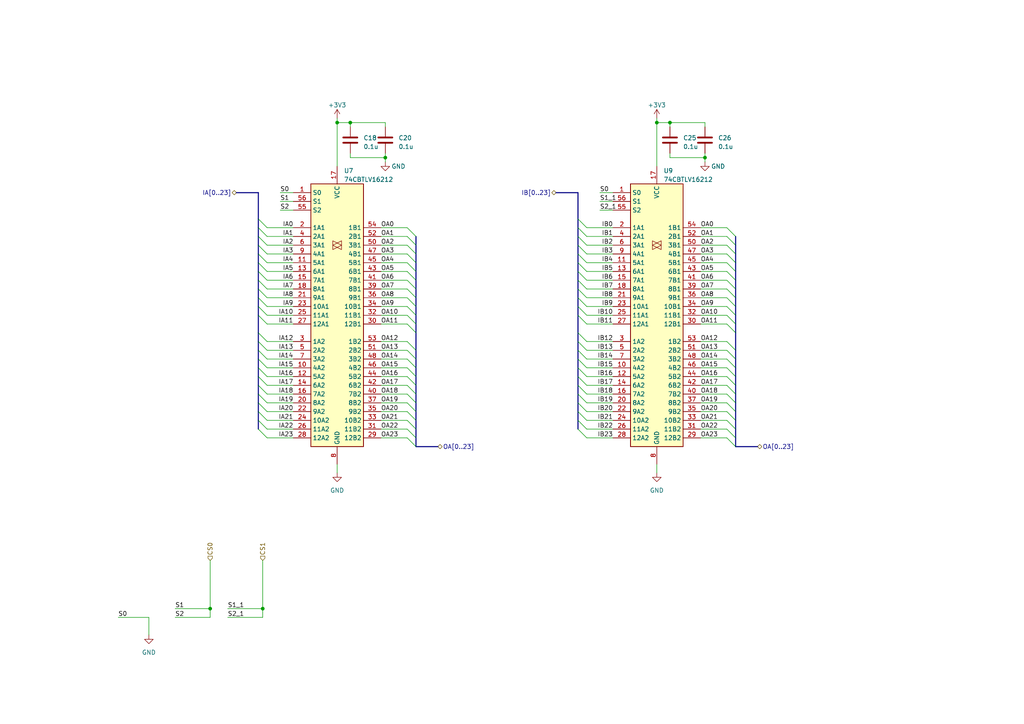
<source format=kicad_sch>
(kicad_sch (version 20230121) (generator eeschema)
  (paper "A4")
  (lib_symbols
    (symbol "74xx:74CBTLV16212"
      (property "Reference" "U" (at -7.62 40.64 0))
      (property "Value" "74CBTLV16212" (at 10.16 40.64 0))
      (symbol "74CBTLV16212_0_1"
        (rectangle (start -7.62 38.1) (end 7.62 -38.1) (stroke (width 0.254)) (fill (type background)))
      )
      (symbol "74CBTLV16212_1_0"
        (polyline (pts (xy 1.27 20.32) (xy -1.27 21.59) (xy -1.27 19.05) (xy 1.27 20.32)) (stroke (width 0.1524)))
        (polyline (pts (xy 1.27 21.59) (xy -1.27 20.32) (xy 1.27 19.05) (xy 1.27 21.59)))
        (pin bidirectional line (at -12.7 -15.24 0) (length 5.08) (name "4A2") (number "10"))
        (pin bidirectional line (at -12.7 15.24 0) (length 5.08) (name "5A1") (number "11"))
        (pin bidirectional line (at -12.7 -17.78 0) (length 5.08) (name "5A2") (number "12"))
        (pin bidirectional line (at -12.7 12.7 0) (length 5.08) (name "6A1") (number "13"))
        (pin bidirectional line (at -12.7 -20.32 0) (length 5.08) (name "6A2") (number "14"))
        (pin bidirectional line (at -12.7 10.16 0) (length 5.08) (name "7A1") (number "15"))
        (pin bidirectional line (at -12.7 -22.86 0) (length 5.08) (name "7A2") (number "16"))
        (pin power_in line (at 0 43.18 270) (length 5.08) (name "VCC") (number "17"))
        (pin bidirectional line (at -12.7 7.62 0) (length 5.08) (name "8A1") (number "18"))
        (pin passive line (at 0 -43.18 90) (length 5.08) hide (name "GND") (number "19"))
        (pin bidirectional line (at -12.7 25.4 0) (length 5.08) (name "1A1") (number "2"))
        (pin bidirectional line (at -12.7 -25.4 0) (length 5.08) (name "8A2") (number "20"))
        (pin bidirectional line (at -12.7 5.08 0) (length 5.08) (name "9A1") (number "21"))
        (pin bidirectional line (at -12.7 -27.94 0) (length 5.08) (name "9A2") (number "22"))
        (pin bidirectional line (at -12.7 2.54 0) (length 5.08) (name "10A1") (number "23"))
        (pin bidirectional line (at -12.7 -30.48 0) (length 5.08) (name "10A2") (number "24"))
        (pin bidirectional line (at -12.7 0 0) (length 5.08) (name "11A1") (number "25"))
        (pin bidirectional line (at -12.7 -33.02 0) (length 5.08) (name "11A2") (number "26"))
        (pin bidirectional line (at -12.7 -2.54 0) (length 5.08) (name "12A1") (number "27"))
        (pin bidirectional line (at -12.7 -35.56 0) (length 5.08) (name "12A2") (number "28"))
        (pin bidirectional line (at 12.7 -35.56 180) (length 5.08) (name "12B2") (number "29"))
        (pin bidirectional line (at -12.7 -7.62 0) (length 5.08) (name "1A2") (number "3"))
        (pin bidirectional line (at 12.7 -2.54 180) (length 5.08) (name "12B1") (number "30"))
        (pin bidirectional line (at 12.7 -33.02 180) (length 5.08) (name "11B2") (number "31"))
        (pin bidirectional line (at 12.7 0 180) (length 5.08) (name "11B1") (number "32"))
        (pin bidirectional line (at 12.7 -30.48 180) (length 5.08) (name "10B2") (number "33"))
        (pin bidirectional line (at 12.7 2.54 180) (length 5.08) (name "10B1") (number "34"))
        (pin bidirectional line (at 12.7 -27.94 180) (length 5.08) (name "9B2") (number "35"))
        (pin bidirectional line (at 12.7 5.08 180) (length 5.08) (name "9B1") (number "36"))
        (pin bidirectional line (at 12.7 -25.4 180) (length 5.08) (name "8B2") (number "37"))
        (pin passive line (at 0 -43.18 90) (length 5.08) hide (name "GND") (number "38"))
        (pin bidirectional line (at 12.7 7.62 180) (length 5.08) (name "8B1") (number "39"))
        (pin bidirectional line (at -12.7 22.86 0) (length 5.08) (name "2A1") (number "4"))
        (pin bidirectional line (at 12.7 -22.86 180) (length 5.08) (name "7B2") (number "40"))
        (pin bidirectional line (at 12.7 10.16 180) (length 5.08) (name "7B1") (number "41"))
        (pin bidirectional line (at 12.7 -20.32 180) (length 5.08) (name "6B2") (number "42"))
        (pin bidirectional line (at 12.7 12.7 180) (length 5.08) (name "6B1") (number "43"))
        (pin bidirectional line (at 12.7 -17.78 180) (length 5.08) (name "5B2") (number "44"))
        (pin bidirectional line (at 12.7 15.24 180) (length 5.08) (name "5B1") (number "45"))
        (pin bidirectional line (at 12.7 -15.24 180) (length 5.08) (name "4B2") (number "46"))
        (pin bidirectional line (at 12.7 17.78 180) (length 5.08) (name "4B1") (number "47"))
        (pin bidirectional line (at 12.7 -12.7 180) (length 5.08) (name "3B2") (number "48"))
        (pin passive line (at 0 -43.18 90) (length 5.08) hide (name "GND") (number "49"))
        (pin bidirectional line (at -12.7 -10.16 0) (length 5.08) (name "2A2") (number "5"))
        (pin bidirectional line (at 12.7 20.32 180) (length 5.08) (name "3B1") (number "50"))
        (pin bidirectional line (at 12.7 -10.16 180) (length 5.08) (name "2B2") (number "51"))
        (pin bidirectional line (at 12.7 22.86 180) (length 5.08) (name "2B1") (number "52"))
        (pin bidirectional line (at 12.7 -7.62 180) (length 5.08) (name "1B2") (number "53"))
        (pin bidirectional line (at 12.7 25.4 180) (length 5.08) (name "1B1") (number "54"))
        (pin input line (at -12.7 30.48 0) (length 5.08) (name "S2") (number "55"))
        (pin input line (at -12.7 33.02 0) (length 5.08) (name "S1") (number "56"))
        (pin bidirectional line (at -12.7 20.32 0) (length 5.08) (name "3A1") (number "6"))
        (pin bidirectional line (at -12.7 -12.7 0) (length 5.08) (name "3A2") (number "7"))
        (pin power_in line (at 0 -43.18 90) (length 5.08) (name "GND") (number "8"))
        (pin bidirectional line (at -12.7 17.78 0) (length 5.08) (name "4A1") (number "9"))
      )
      (symbol "74CBTLV16212_1_1"
        (pin input line (at -12.7 35.56 0) (length 5.08) (name "S0") (number "1"))
      )
    )
    (symbol "Device:C" (pin_numbers hide) (pin_names (offset 0.254))
      (property "Reference" "C" (at 0.635 2.54 0))
      (property "Value" "C" (at 0.635 -2.54 0))
      (symbol "C_0_1"
        (polyline (pts (xy -2.032 -0.762) (xy 2.032 -0.762)) (stroke (width 0.508)))
        (polyline (pts (xy -2.032 0.762) (xy 2.032 0.762)) (stroke (width 0.508)))
      )
      (symbol "C_1_1"
        (pin passive line (at 0 3.81 270) (length 2.794) (name "~") (number "1"))
        (pin passive line (at 0 -3.81 90) (length 2.794) (name "~") (number "2"))
      )
    )
    (symbol "power:+3V3" (power) (pin_names (offset 0))
      (property "Value" "+3V3" (at 0 3.556 0))
      (symbol "+3V3_0_1"
        (polyline (pts (xy -0.762 1.27) (xy 0 2.54)))
        (polyline (pts (xy 0 0) (xy 0 2.54)))
        (polyline (pts (xy 0 2.54) (xy 0.762 1.27)))
      )
      (symbol "+3V3_1_1"
        (pin power_in line (at 0 0 90) (length 0) hide (name "+3V3") (number "1"))
      )
    )
    (symbol "power:GND" (power) (pin_names (offset 0))
      (property "Value" "GND" (at 0 -3.81 0))
      (symbol "GND_0_1"
        (polyline (pts (xy 0 0) (xy 0 -1.27) (xy 1.27 -1.27) (xy 0 -2.54) (xy -1.27 -1.27) (xy 0 -1.27)))
      )
      (symbol "GND_1_1"
        (pin power_in line (at 0 0 270) (length 0) hide (name "GND") (number "1"))
      )
    )
  )
  (junction (at 194.31 35.56))
  (junction (at 97.79 35.56))
  (junction (at 111.76 45.72))
  (junction (at 60.96 176.53))
  (junction (at 101.6 35.56))
  (junction (at 76.2 176.53))
  (junction (at 190.5 35.56))
  (junction (at 204.47 45.72))
  (bus_entry (at 74.93 66.04) (size 2.54 2.54))
  (bus_entry (at 210.82 78.74) (size 2.54 2.54))
  (bus_entry (at 74.93 73.66) (size 2.54 2.54))
  (bus_entry (at 167.64 106.68) (size 2.54 2.54))
  (bus_entry (at 167.64 78.74) (size 2.54 2.54))
  (bus_entry (at 210.82 101.6) (size 2.54 2.54))
  (bus_entry (at 74.93 119.38) (size 2.54 2.54))
  (bus_entry (at 167.64 66.04) (size 2.54 2.54))
  (bus_entry (at 210.82 109.22) (size 2.54 2.54))
  (bus_entry (at 167.64 121.92) (size 2.54 2.54))
  (bus_entry (at 167.64 68.58) (size 2.54 2.54))
  (bus_entry (at 118.11 73.66) (size 2.54 2.54))
  (bus_entry (at 118.11 124.46) (size 2.54 2.54))
  (bus_entry (at 118.11 99.06) (size 2.54 2.54))
  (bus_entry (at 167.64 81.28) (size 2.54 2.54))
  (bus_entry (at 210.82 76.2) (size 2.54 2.54))
  (bus_entry (at 74.93 76.2) (size 2.54 2.54))
  (bus_entry (at 74.93 81.28) (size 2.54 2.54))
  (bus_entry (at 74.93 101.6) (size 2.54 2.54))
  (bus_entry (at 74.93 109.22) (size 2.54 2.54))
  (bus_entry (at 118.11 121.92) (size 2.54 2.54))
  (bus_entry (at 74.93 99.06) (size 2.54 2.54))
  (bus_entry (at 210.82 119.38) (size 2.54 2.54))
  (bus_entry (at 74.93 88.9) (size 2.54 2.54))
  (bus_entry (at 167.64 124.46) (size 2.54 2.54))
  (bus_entry (at 210.82 106.68) (size 2.54 2.54))
  (bus_entry (at 167.64 111.76) (size 2.54 2.54))
  (bus_entry (at 118.11 66.04) (size 2.54 2.54))
  (bus_entry (at 167.64 96.52) (size 2.54 2.54))
  (bus_entry (at 118.11 93.98) (size 2.54 2.54))
  (bus_entry (at 167.64 99.06) (size 2.54 2.54))
  (bus_entry (at 210.82 88.9) (size 2.54 2.54))
  (bus_entry (at 210.82 81.28) (size 2.54 2.54))
  (bus_entry (at 167.64 109.22) (size 2.54 2.54))
  (bus_entry (at 210.82 91.44) (size 2.54 2.54))
  (bus_entry (at 74.93 104.14) (size 2.54 2.54))
  (bus_entry (at 118.11 88.9) (size 2.54 2.54))
  (bus_entry (at 74.93 116.84) (size 2.54 2.54))
  (bus_entry (at 167.64 88.9) (size 2.54 2.54))
  (bus_entry (at 210.82 71.12) (size 2.54 2.54))
  (bus_entry (at 118.11 116.84) (size 2.54 2.54))
  (bus_entry (at 167.64 86.36) (size 2.54 2.54))
  (bus_entry (at 167.64 114.3) (size 2.54 2.54))
  (bus_entry (at 118.11 106.68) (size 2.54 2.54))
  (bus_entry (at 74.93 124.46) (size 2.54 2.54))
  (bus_entry (at 118.11 104.14) (size 2.54 2.54))
  (bus_entry (at 74.93 86.36) (size 2.54 2.54))
  (bus_entry (at 210.82 73.66) (size 2.54 2.54))
  (bus_entry (at 118.11 68.58) (size 2.54 2.54))
  (bus_entry (at 74.93 121.92) (size 2.54 2.54))
  (bus_entry (at 118.11 109.22) (size 2.54 2.54))
  (bus_entry (at 167.64 101.6) (size 2.54 2.54))
  (bus_entry (at 167.64 73.66) (size 2.54 2.54))
  (bus_entry (at 118.11 71.12) (size 2.54 2.54))
  (bus_entry (at 118.11 78.74) (size 2.54 2.54))
  (bus_entry (at 118.11 101.6) (size 2.54 2.54))
  (bus_entry (at 74.93 111.76) (size 2.54 2.54))
  (bus_entry (at 210.82 83.82) (size 2.54 2.54))
  (bus_entry (at 118.11 114.3) (size 2.54 2.54))
  (bus_entry (at 74.93 114.3) (size 2.54 2.54))
  (bus_entry (at 74.93 96.52) (size 2.54 2.54))
  (bus_entry (at 167.64 91.44) (size 2.54 2.54))
  (bus_entry (at 74.93 63.5) (size 2.54 2.54))
  (bus_entry (at 210.82 86.36) (size 2.54 2.54))
  (bus_entry (at 210.82 124.46) (size 2.54 2.54))
  (bus_entry (at 210.82 66.04) (size 2.54 2.54))
  (bus_entry (at 167.64 116.84) (size 2.54 2.54))
  (bus_entry (at 210.82 114.3) (size 2.54 2.54))
  (bus_entry (at 167.64 76.2) (size 2.54 2.54))
  (bus_entry (at 118.11 119.38) (size 2.54 2.54))
  (bus_entry (at 118.11 76.2) (size 2.54 2.54))
  (bus_entry (at 118.11 91.44) (size 2.54 2.54))
  (bus_entry (at 167.64 63.5) (size 2.54 2.54))
  (bus_entry (at 74.93 106.68) (size 2.54 2.54))
  (bus_entry (at 74.93 71.12) (size 2.54 2.54))
  (bus_entry (at 210.82 93.98) (size 2.54 2.54))
  (bus_entry (at 210.82 127) (size 2.54 2.54))
  (bus_entry (at 210.82 111.76) (size 2.54 2.54))
  (bus_entry (at 74.93 83.82) (size 2.54 2.54))
  (bus_entry (at 118.11 86.36) (size 2.54 2.54))
  (bus_entry (at 210.82 68.58) (size 2.54 2.54))
  (bus_entry (at 118.11 127) (size 2.54 2.54))
  (bus_entry (at 167.64 119.38) (size 2.54 2.54))
  (bus_entry (at 167.64 83.82) (size 2.54 2.54))
  (bus_entry (at 74.93 91.44) (size 2.54 2.54))
  (bus_entry (at 167.64 104.14) (size 2.54 2.54))
  (bus_entry (at 118.11 111.76) (size 2.54 2.54))
  (bus_entry (at 118.11 81.28) (size 2.54 2.54))
  (bus_entry (at 210.82 104.14) (size 2.54 2.54))
  (bus_entry (at 118.11 83.82) (size 2.54 2.54))
  (bus_entry (at 210.82 121.92) (size 2.54 2.54))
  (bus_entry (at 210.82 116.84) (size 2.54 2.54))
  (bus_entry (at 74.93 78.74) (size 2.54 2.54))
  (bus_entry (at 167.64 71.12) (size 2.54 2.54))
  (bus_entry (at 74.93 68.58) (size 2.54 2.54))
  (bus_entry (at 210.82 99.06) (size 2.54 2.54))
  (bus (pts (xy 167.64 68.58) (xy 167.64 66.04)))
  (bus (pts (xy 120.65 104.14) (xy 120.65 106.68)))
  (bus (pts (xy 167.64 76.2) (xy 167.64 73.66)))
  (wire (pts (xy 110.49 86.36) (xy 118.11 86.36)))
  (wire (pts (xy 60.96 162.56) (xy 60.96 176.53)))
  (bus (pts (xy 213.36 116.84) (xy 213.36 119.38)))
  (wire (pts (xy 203.2 121.92) (xy 210.82 121.92)))
  (bus (pts (xy 213.36 127) (xy 213.36 129.54)))
  (wire (pts (xy 77.47 127) (xy 85.09 127)))
  (bus (pts (xy 74.93 99.06) (xy 74.93 96.52)))
  (wire (pts (xy 77.47 124.46) (xy 85.09 124.46)))
  (bus (pts (xy 120.65 76.2) (xy 120.65 78.74)))
  (wire (pts (xy 203.2 116.84) (xy 210.82 116.84)))
  (wire (pts (xy 77.47 101.6) (xy 85.09 101.6)))
  (wire (pts (xy 77.47 71.12) (xy 85.09 71.12)))
  (wire (pts (xy 173.99 60.96) (xy 177.8 60.96)))
  (bus (pts (xy 120.65 93.98) (xy 120.65 96.52)))
  (bus (pts (xy 167.64 119.38) (xy 167.64 116.84)))
  (bus (pts (xy 213.36 114.3) (xy 213.36 116.84)))
  (wire (pts (xy 203.2 71.12) (xy 210.82 71.12)))
  (wire (pts (xy 170.18 73.66) (xy 177.8 73.66)))
  (wire (pts (xy 170.18 86.36) (xy 177.8 86.36)))
  (bus (pts (xy 120.65 96.52) (xy 120.65 101.6)))
  (wire (pts (xy 170.18 106.68) (xy 177.8 106.68)))
  (wire (pts (xy 34.29 179.07) (xy 43.18 179.07)))
  (bus (pts (xy 120.65 121.92) (xy 120.65 124.46)))
  (bus (pts (xy 167.64 104.14) (xy 167.64 101.6)))
  (bus (pts (xy 74.93 73.66) (xy 74.93 71.12)))
  (bus (pts (xy 120.65 78.74) (xy 120.65 81.28)))
  (wire (pts (xy 77.47 116.84) (xy 85.09 116.84)))
  (wire (pts (xy 110.49 114.3) (xy 118.11 114.3)))
  (wire (pts (xy 170.18 81.28) (xy 177.8 81.28)))
  (bus (pts (xy 120.65 119.38) (xy 120.65 121.92)))
  (wire (pts (xy 101.6 44.45) (xy 101.6 45.72)))
  (wire (pts (xy 76.2 162.56) (xy 76.2 176.53)))
  (wire (pts (xy 110.49 121.92) (xy 118.11 121.92)))
  (bus (pts (xy 167.64 116.84) (xy 167.64 114.3)))
  (wire (pts (xy 110.49 93.98) (xy 118.11 93.98)))
  (wire (pts (xy 170.18 76.2) (xy 177.8 76.2)))
  (wire (pts (xy 170.18 68.58) (xy 177.8 68.58)))
  (bus (pts (xy 74.93 111.76) (xy 74.93 109.22)))
  (wire (pts (xy 190.5 134.62) (xy 190.5 137.16)))
  (bus (pts (xy 213.36 68.58) (xy 213.36 71.12)))
  (wire (pts (xy 77.47 78.74) (xy 85.09 78.74)))
  (bus (pts (xy 74.93 71.12) (xy 74.93 68.58)))
  (wire (pts (xy 190.5 35.56) (xy 190.5 48.26)))
  (bus (pts (xy 167.64 106.68) (xy 167.64 104.14)))
  (wire (pts (xy 110.49 83.82) (xy 118.11 83.82)))
  (bus (pts (xy 74.93 124.46) (xy 74.93 121.92)))
  (bus (pts (xy 167.64 101.6) (xy 167.64 99.06)))
  (wire (pts (xy 97.79 34.29) (xy 97.79 35.56)))
  (wire (pts (xy 203.2 78.74) (xy 210.82 78.74)))
  (bus (pts (xy 68.58 55.88) (xy 74.93 55.88)))
  (bus (pts (xy 213.36 71.12) (xy 213.36 73.66)))
  (wire (pts (xy 60.96 176.53) (xy 60.96 179.07)))
  (wire (pts (xy 170.18 71.12) (xy 177.8 71.12)))
  (wire (pts (xy 170.18 88.9) (xy 177.8 88.9)))
  (bus (pts (xy 213.36 106.68) (xy 213.36 109.22)))
  (bus (pts (xy 167.64 109.22) (xy 167.64 106.68)))
  (bus (pts (xy 213.36 81.28) (xy 213.36 83.82)))
  (wire (pts (xy 170.18 93.98) (xy 177.8 93.98)))
  (wire (pts (xy 110.49 68.58) (xy 118.11 68.58)))
  (wire (pts (xy 203.2 119.38) (xy 210.82 119.38)))
  (wire (pts (xy 110.49 99.06) (xy 118.11 99.06)))
  (wire (pts (xy 204.47 46.99) (xy 204.47 45.72)))
  (bus (pts (xy 167.64 121.92) (xy 167.64 119.38)))
  (wire (pts (xy 81.28 55.88) (xy 85.09 55.88)))
  (wire (pts (xy 101.6 35.56) (xy 111.76 35.56)))
  (wire (pts (xy 110.49 111.76) (xy 118.11 111.76)))
  (wire (pts (xy 170.18 99.06) (xy 177.8 99.06)))
  (wire (pts (xy 170.18 119.38) (xy 177.8 119.38)))
  (bus (pts (xy 167.64 88.9) (xy 167.64 86.36)))
  (bus (pts (xy 74.93 88.9) (xy 74.93 86.36)))
  (wire (pts (xy 76.2 176.53) (xy 76.2 179.07)))
  (wire (pts (xy 97.79 134.62) (xy 97.79 137.16)))
  (wire (pts (xy 110.49 66.04) (xy 118.11 66.04)))
  (wire (pts (xy 203.2 73.66) (xy 210.82 73.66)))
  (wire (pts (xy 203.2 114.3) (xy 210.82 114.3)))
  (bus (pts (xy 213.36 78.74) (xy 213.36 81.28)))
  (bus (pts (xy 74.93 101.6) (xy 74.93 99.06)))
  (wire (pts (xy 110.49 119.38) (xy 118.11 119.38)))
  (wire (pts (xy 203.2 106.68) (xy 210.82 106.68)))
  (bus (pts (xy 167.64 114.3) (xy 167.64 111.76)))
  (bus (pts (xy 167.64 73.66) (xy 167.64 71.12)))
  (bus (pts (xy 167.64 86.36) (xy 167.64 83.82)))
  (wire (pts (xy 77.47 88.9) (xy 85.09 88.9)))
  (bus (pts (xy 74.93 119.38) (xy 74.93 116.84)))
  (bus (pts (xy 120.65 114.3) (xy 120.65 116.84)))
  (wire (pts (xy 77.47 68.58) (xy 85.09 68.58)))
  (wire (pts (xy 110.49 88.9) (xy 118.11 88.9)))
  (wire (pts (xy 203.2 88.9) (xy 210.82 88.9)))
  (wire (pts (xy 170.18 104.14) (xy 177.8 104.14)))
  (wire (pts (xy 170.18 121.92) (xy 177.8 121.92)))
  (bus (pts (xy 120.65 129.54) (xy 127 129.54)))
  (wire (pts (xy 101.6 45.72) (xy 111.76 45.72)))
  (bus (pts (xy 74.93 78.74) (xy 74.93 76.2)))
  (wire (pts (xy 110.49 106.68) (xy 118.11 106.68)))
  (bus (pts (xy 120.65 71.12) (xy 120.65 73.66)))
  (wire (pts (xy 203.2 93.98) (xy 210.82 93.98)))
  (wire (pts (xy 77.47 104.14) (xy 85.09 104.14)))
  (bus (pts (xy 213.36 73.66) (xy 213.36 76.2)))
  (bus (pts (xy 213.36 129.54) (xy 219.71 129.54)))
  (bus (pts (xy 74.93 91.44) (xy 74.93 88.9)))
  (bus (pts (xy 161.29 55.88) (xy 167.64 55.88)))
  (wire (pts (xy 190.5 34.29) (xy 190.5 35.56)))
  (bus (pts (xy 74.93 114.3) (xy 74.93 111.76)))
  (bus (pts (xy 167.64 78.74) (xy 167.64 76.2)))
  (bus (pts (xy 213.36 93.98) (xy 213.36 96.52)))
  (wire (pts (xy 170.18 116.84) (xy 177.8 116.84)))
  (wire (pts (xy 77.47 73.66) (xy 85.09 73.66)))
  (wire (pts (xy 77.47 106.68) (xy 85.09 106.68)))
  (wire (pts (xy 77.47 66.04) (xy 85.09 66.04)))
  (bus (pts (xy 167.64 99.06) (xy 167.64 96.52)))
  (wire (pts (xy 204.47 44.45) (xy 204.47 45.72)))
  (wire (pts (xy 203.2 101.6) (xy 210.82 101.6)))
  (bus (pts (xy 74.93 83.82) (xy 74.93 81.28)))
  (bus (pts (xy 120.65 106.68) (xy 120.65 109.22)))
  (wire (pts (xy 170.18 111.76) (xy 177.8 111.76)))
  (wire (pts (xy 50.8 176.53) (xy 60.96 176.53)))
  (wire (pts (xy 43.18 179.07) (xy 43.18 184.15)))
  (bus (pts (xy 120.65 101.6) (xy 120.65 104.14)))
  (wire (pts (xy 203.2 66.04) (xy 210.82 66.04)))
  (wire (pts (xy 110.49 91.44) (xy 118.11 91.44)))
  (wire (pts (xy 203.2 124.46) (xy 210.82 124.46)))
  (bus (pts (xy 120.65 81.28) (xy 120.65 83.82)))
  (bus (pts (xy 74.93 121.92) (xy 74.93 119.38)))
  (bus (pts (xy 213.36 88.9) (xy 213.36 91.44)))
  (wire (pts (xy 77.47 93.98) (xy 85.09 93.98)))
  (wire (pts (xy 77.47 99.06) (xy 85.09 99.06)))
  (wire (pts (xy 81.28 60.96) (xy 85.09 60.96)))
  (bus (pts (xy 74.93 63.5) (xy 74.93 55.88)))
  (wire (pts (xy 194.31 45.72) (xy 204.47 45.72)))
  (wire (pts (xy 203.2 86.36) (xy 210.82 86.36)))
  (wire (pts (xy 110.49 81.28) (xy 118.11 81.28)))
  (bus (pts (xy 167.64 96.52) (xy 167.64 91.44)))
  (wire (pts (xy 203.2 76.2) (xy 210.82 76.2)))
  (wire (pts (xy 203.2 83.82) (xy 210.82 83.82)))
  (wire (pts (xy 110.49 104.14) (xy 118.11 104.14)))
  (wire (pts (xy 110.49 78.74) (xy 118.11 78.74)))
  (bus (pts (xy 120.65 127) (xy 120.65 129.54)))
  (wire (pts (xy 110.49 71.12) (xy 118.11 71.12)))
  (bus (pts (xy 74.93 66.04) (xy 74.93 63.5)))
  (bus (pts (xy 74.93 109.22) (xy 74.93 106.68)))
  (bus (pts (xy 167.64 91.44) (xy 167.64 88.9)))
  (wire (pts (xy 110.49 124.46) (xy 118.11 124.46)))
  (wire (pts (xy 111.76 35.56) (xy 111.76 36.83)))
  (wire (pts (xy 173.99 55.88) (xy 177.8 55.88)))
  (bus (pts (xy 74.93 106.68) (xy 74.93 104.14)))
  (wire (pts (xy 81.28 58.42) (xy 85.09 58.42)))
  (bus (pts (xy 120.65 73.66) (xy 120.65 76.2)))
  (bus (pts (xy 167.64 66.04) (xy 167.64 63.5)))
  (bus (pts (xy 213.36 96.52) (xy 213.36 101.6)))
  (wire (pts (xy 203.2 111.76) (xy 210.82 111.76)))
  (wire (pts (xy 190.5 35.56) (xy 194.31 35.56)))
  (wire (pts (xy 194.31 44.45) (xy 194.31 45.72)))
  (wire (pts (xy 110.49 127) (xy 118.11 127)))
  (wire (pts (xy 170.18 109.22) (xy 177.8 109.22)))
  (wire (pts (xy 77.47 86.36) (xy 85.09 86.36)))
  (wire (pts (xy 97.79 35.56) (xy 97.79 48.26)))
  (bus (pts (xy 120.65 88.9) (xy 120.65 91.44)))
  (bus (pts (xy 120.65 91.44) (xy 120.65 93.98)))
  (bus (pts (xy 213.36 104.14) (xy 213.36 106.68)))
  (wire (pts (xy 170.18 78.74) (xy 177.8 78.74)))
  (bus (pts (xy 74.93 96.52) (xy 74.93 91.44)))
  (wire (pts (xy 170.18 83.82) (xy 177.8 83.82)))
  (bus (pts (xy 120.65 86.36) (xy 120.65 88.9)))
  (bus (pts (xy 74.93 86.36) (xy 74.93 83.82)))
  (wire (pts (xy 170.18 114.3) (xy 177.8 114.3)))
  (wire (pts (xy 77.47 83.82) (xy 85.09 83.82)))
  (bus (pts (xy 167.64 63.5) (xy 167.64 55.88)))
  (wire (pts (xy 170.18 66.04) (xy 177.8 66.04)))
  (wire (pts (xy 110.49 73.66) (xy 118.11 73.66)))
  (wire (pts (xy 203.2 68.58) (xy 210.82 68.58)))
  (wire (pts (xy 111.76 46.99) (xy 111.76 45.72)))
  (wire (pts (xy 77.47 119.38) (xy 85.09 119.38)))
  (bus (pts (xy 120.65 111.76) (xy 120.65 114.3)))
  (bus (pts (xy 120.65 68.58) (xy 120.65 71.12)))
  (bus (pts (xy 120.65 83.82) (xy 120.65 86.36)))
  (wire (pts (xy 77.47 109.22) (xy 85.09 109.22)))
  (wire (pts (xy 66.04 179.07) (xy 76.2 179.07)))
  (wire (pts (xy 203.2 99.06) (xy 210.82 99.06)))
  (wire (pts (xy 170.18 91.44) (xy 177.8 91.44)))
  (wire (pts (xy 50.8 179.07) (xy 60.96 179.07)))
  (bus (pts (xy 167.64 124.46) (xy 167.64 121.92)))
  (wire (pts (xy 203.2 91.44) (xy 210.82 91.44)))
  (wire (pts (xy 194.31 35.56) (xy 204.47 35.56)))
  (wire (pts (xy 170.18 101.6) (xy 177.8 101.6)))
  (bus (pts (xy 74.93 81.28) (xy 74.93 78.74)))
  (wire (pts (xy 77.47 81.28) (xy 85.09 81.28)))
  (wire (pts (xy 203.2 81.28) (xy 210.82 81.28)))
  (wire (pts (xy 111.76 44.45) (xy 111.76 45.72)))
  (wire (pts (xy 97.79 35.56) (xy 101.6 35.56)))
  (wire (pts (xy 110.49 116.84) (xy 118.11 116.84)))
  (wire (pts (xy 66.04 176.53) (xy 76.2 176.53)))
  (bus (pts (xy 213.36 121.92) (xy 213.36 124.46)))
  (bus (pts (xy 74.93 68.58) (xy 74.93 66.04)))
  (wire (pts (xy 203.2 104.14) (xy 210.82 104.14)))
  (bus (pts (xy 167.64 71.12) (xy 167.64 68.58)))
  (bus (pts (xy 120.65 109.22) (xy 120.65 111.76)))
  (bus (pts (xy 213.36 76.2) (xy 213.36 78.74)))
  (wire (pts (xy 110.49 76.2) (xy 118.11 76.2)))
  (wire (pts (xy 204.47 35.56) (xy 204.47 36.83)))
  (bus (pts (xy 213.36 119.38) (xy 213.36 121.92)))
  (wire (pts (xy 101.6 35.56) (xy 101.6 36.83)))
  (bus (pts (xy 213.36 124.46) (xy 213.36 127)))
  (bus (pts (xy 213.36 83.82) (xy 213.36 86.36)))
  (wire (pts (xy 77.47 121.92) (xy 85.09 121.92)))
  (bus (pts (xy 74.93 76.2) (xy 74.93 73.66)))
  (bus (pts (xy 74.93 116.84) (xy 74.93 114.3)))
  (bus (pts (xy 213.36 101.6) (xy 213.36 104.14)))
  (wire (pts (xy 173.99 58.42) (xy 177.8 58.42)))
  (wire (pts (xy 203.2 109.22) (xy 210.82 109.22)))
  (bus (pts (xy 120.65 116.84) (xy 120.65 119.38)))
  (bus (pts (xy 213.36 86.36) (xy 213.36 88.9)))
  (wire (pts (xy 77.47 91.44) (xy 85.09 91.44)))
  (bus (pts (xy 213.36 109.22) (xy 213.36 111.76)))
  (bus (pts (xy 74.93 104.14) (xy 74.93 101.6)))
  (wire (pts (xy 77.47 76.2) (xy 85.09 76.2)))
  (wire (pts (xy 194.31 35.56) (xy 194.31 36.83)))
  (bus (pts (xy 213.36 91.44) (xy 213.36 93.98)))
  (bus (pts (xy 213.36 111.76) (xy 213.36 114.3)))
  (wire (pts (xy 110.49 109.22) (xy 118.11 109.22)))
  (bus (pts (xy 120.65 124.46) (xy 120.65 127)))
  (bus (pts (xy 167.64 111.76) (xy 167.64 109.22)))
  (wire (pts (xy 170.18 127) (xy 177.8 127)))
  (wire (pts (xy 203.2 127) (xy 210.82 127)))
  (wire (pts (xy 77.47 114.3) (xy 85.09 114.3)))
  (wire (pts (xy 77.47 111.76) (xy 85.09 111.76)))
  (wire (pts (xy 170.18 124.46) (xy 177.8 124.46)))
  (bus (pts (xy 167.64 81.28) (xy 167.64 78.74)))
  (bus (pts (xy 167.64 83.82) (xy 167.64 81.28)))
  (wire (pts (xy 110.49 101.6) (xy 118.11 101.6)))
  (label "OA23" (at 203.2 127 0))
  (label "OA2" (at 110.49 71.12 0))
  (label "OA22" (at 110.49 124.46 0))
  (label "S2" (at 81.28 60.96 0))
  (label "S2" (at 50.8 179.07 0))
  (label "S1" (at 50.8 176.53 0))
  (label "IB10" (at 177.8 91.44 180))
  (label "IA1" (at 85.09 68.58 180))
  (label "OA16" (at 203.2 109.22 0))
  (label "OA0" (at 110.49 66.04 0))
  (label "IA6" (at 85.09 81.28 180))
  (label "OA22" (at 203.2 124.46 0))
  (label "IB5" (at 177.8 78.74 180))
  (label "OA4" (at 110.49 76.2 0))
  (label "IA21" (at 85.09 121.92 180))
  (label "IB9" (at 177.8 88.9 180))
  (label "OA14" (at 110.49 104.14 0))
  (label "OA19" (at 203.2 116.84 0))
  (label "OA12" (at 203.2 99.06 0))
  (label "IA20" (at 85.09 119.38 180))
  (label "OA15" (at 110.49 106.68 0))
  (label "IB12" (at 177.8 99.06 180))
  (label "IA16" (at 85.09 109.22 180))
  (label "IB15" (at 177.8 106.68 180))
  (label "OA12" (at 110.49 99.06 0))
  (label "OA20" (at 203.2 119.38 0))
  (label "OA14" (at 203.2 104.14 0))
  (label "OA7" (at 203.2 83.82 0))
  (label "OA17" (at 203.2 111.76 0))
  (label "OA21" (at 203.2 121.92 0))
  (label "OA0" (at 203.2 66.04 0))
  (label "IB0" (at 177.8 66.04 180))
  (label "OA19" (at 110.49 116.84 0))
  (label "IB18" (at 177.8 114.3 180))
  (label "OA15" (at 203.2 106.68 0))
  (label "IA9" (at 85.09 88.9 180))
  (label "IA4" (at 85.09 76.2 180))
  (label "IB20" (at 177.8 119.38 180))
  (label "IA7" (at 85.09 83.82 180))
  (label "OA6" (at 203.2 81.28 0))
  (label "OA6" (at 110.49 81.28 0))
  (label "OA1" (at 110.49 68.58 0))
  (label "IB4" (at 177.8 76.2 180))
  (label "IB11" (at 177.8 93.98 180))
  (label "OA7" (at 110.49 83.82 0))
  (label "OA3" (at 110.49 73.66 0))
  (label "OA8" (at 203.2 86.36 0))
  (label "OA21" (at 110.49 121.92 0))
  (label "IB21" (at 177.8 121.92 180))
  (label "OA9" (at 110.49 88.9 0))
  (label "OA10" (at 110.49 91.44 0))
  (label "OA10" (at 203.2 91.44 0))
  (label "S1_1" (at 173.99 58.42 0))
  (label "IA15" (at 85.09 106.68 180))
  (label "IA18" (at 85.09 114.3 180))
  (label "IA8" (at 85.09 86.36 180))
  (label "IB3" (at 177.8 73.66 180))
  (label "IA14" (at 85.09 104.14 180))
  (label "IB23" (at 177.8 127 180))
  (label "IA13" (at 85.09 101.6 180))
  (label "OA5" (at 110.49 78.74 0))
  (label "OA23" (at 110.49 127 0))
  (label "OA17" (at 110.49 111.76 0))
  (label "S2_1" (at 66.04 179.07 0))
  (label "S0" (at 173.99 55.88 0))
  (label "S1_1" (at 66.04 176.53 0))
  (label "IA10" (at 85.09 91.44 180))
  (label "IA23" (at 85.09 127 180))
  (label "S0" (at 34.29 179.07 0))
  (label "IA12" (at 85.09 99.06 180))
  (label "IA3" (at 85.09 73.66 180))
  (label "OA13" (at 203.2 101.6 0))
  (label "IA19" (at 85.09 116.84 180))
  (label "IA2" (at 85.09 71.12 180))
  (label "OA1" (at 203.2 68.58 0))
  (label "IB17" (at 177.8 111.76 180))
  (label "IB16" (at 177.8 109.22 180))
  (label "OA20" (at 110.49 119.38 0))
  (label "OA18" (at 110.49 114.3 0))
  (label "IB7" (at 177.8 83.82 180))
  (label "IA11" (at 85.09 93.98 180))
  (label "OA3" (at 203.2 73.66 0))
  (label "OA4" (at 203.2 76.2 0))
  (label "OA8" (at 110.49 86.36 0))
  (label "IB8" (at 177.8 86.36 180))
  (label "OA11" (at 110.49 93.98 0))
  (label "IA17" (at 85.09 111.76 180))
  (label "IB1" (at 177.8 68.58 180))
  (label "OA9" (at 203.2 88.9 0))
  (label "IA0" (at 85.09 66.04 180))
  (label "IB13" (at 177.8 101.6 180))
  (label "IB2" (at 177.8 71.12 180))
  (label "S0" (at 81.28 55.88 0))
  (label "OA16" (at 110.49 109.22 0))
  (label "S2_1" (at 173.99 60.96 0))
  (label "OA13" (at 110.49 101.6 0))
  (label "IB14" (at 177.8 104.14 180))
  (label "OA2" (at 203.2 71.12 0))
  (label "IB6" (at 177.8 81.28 180))
  (label "OA5" (at 203.2 78.74 0))
  (label "S1" (at 81.28 58.42 0))
  (label "IB19" (at 177.8 116.84 180))
  (label "OA18" (at 203.2 114.3 0))
  (label "OA11" (at 203.2 93.98 0))
  (label "IA5" (at 85.09 78.74 180))
  (label "IB22" (at 177.8 124.46 180))
  (label "IA22" (at 85.09 124.46 180))
  (hierarchical_label "CS1" (shape input) (at 76.2 162.56 90))
  (hierarchical_label "OA[0..23]" (shape bidirectional) (at 219.71 129.54 0))
  (hierarchical_label "IA[0..23]" (shape bidirectional) (at 68.58 55.88 180))
  (hierarchical_label "OA[0..23]" (shape bidirectional) (at 127 129.54 0))
  (hierarchical_label "CS0" (shape input) (at 60.96 162.56 90))
  (hierarchical_label "IB[0..23]" (shape bidirectional) (at 161.29 55.88 180))
  (symbol (lib_id "power:+3V3") (at 190.5 34.29 0) (unit 1)
    (property "Reference" "#PWR055" (effects hide))
    (property "Value" "+3V3" (at 190.5 30.48 0))
    (instances (project "autoharpie" (path "" (reference "#PWR055") (unit 1)) (path "" (reference "#PWR035") (unit 1))))
  )
  (symbol (lib_id "power:GND") (at 204.47 46.99 0) (unit 1)
    (property "Reference" "#PWR057" (effects hide))
    (property "Value" "GND" (at 208.28 48.26 0))
    (instances (project "autoharpie" (path "" (reference "#PWR057") (unit 1)) (path "" (reference "#PWR037") (unit 1))))
  )
  (symbol (lib_id "Device:C") (at 101.6 40.64 0) (unit 1)
    (property "Reference" "C18" (at 105.41 40.005 0) (effects (justify left)))
    (property "Value" "0.1u" (at 105.41 42.545 0) (effects (justify left)))
    (instances (project "autoharpie" (path "" (reference "C18") (unit 1)) (path "" (reference "C15") (unit 1))))
  )
  (symbol (lib_id "Device:C") (at 194.31 40.64 0) (unit 1)
    (property "Reference" "C25" (at 198.12 40.005 0) (effects (justify left)))
    (property "Value" "0.1u" (at 198.12 42.545 0) (effects (justify left)))
    (instances (project "autoharpie" (path "" (reference "C25") (unit 1)) (path "" (reference "C17") (unit 1))))
  )
  (symbol (lib_id "power:+3V3") (at 97.79 34.29 0) (unit 1)
    (property "Reference" "#PWR041" (effects hide))
    (property "Value" "+3V3" (at 97.79 30.48 0))
    (instances (project "autoharpie" (path "" (reference "#PWR041") (unit 1)) (path "" (reference "#PWR032") (unit 1))))
  )
  (symbol (lib_id "power:GND") (at 97.79 137.16 0) (unit 1)
    (property "Reference" "#PWR045" (effects hide))
    (property "Value" "GND" (at 97.79 142.24 0))
    (instances (project "autoharpie" (path "" (reference "#PWR045") (unit 1)) (path "" (reference "#PWR033") (unit 1))))
  )
  (symbol (lib_id "74xx:74CBTLV16212") (at 190.5 91.44 0) (unit 1)
    (property "Reference" "U9" (at 192.4559 49.53 0) (effects (justify left)))
    (property "Value" "74CBTLV16212" (at 192.4559 52.07 0) (effects (justify left)))
    (property "Datasheet" "https://www.ti.com/lit/ds/symlink/sn74cbtlv16212.pdf" (effects hide))
    (instances (project "autoharpie" (path "" (reference "U9") (unit 1)) (path "" (reference "U8") (unit 1))))
  )
  (symbol (lib_id "74xx:74CBTLV16212") (at 97.79 91.44 0) (unit 1)
    (property "Reference" "U7" (at 99.7459 49.53 0) (effects (justify left)))
    (property "Value" "74CBTLV16212" (at 99.7459 52.07 0) (effects (justify left)))
    (property "Datasheet" "https://www.ti.com/lit/ds/symlink/sn74cbtlv16212.pdf" (effects hide))
    (instances (project "autoharpie" (path "" (reference "U7") (unit 1)) (path "" (reference "U6") (unit 1))))
  )
  (symbol (lib_id "power:GND") (at 43.18 184.15 0) (unit 1)
    (property "Reference" "#PWR047" (effects hide))
    (property "Value" "GND" (at 43.18 189.23 0))
    (instances (project "autoharpie" (path "" (reference "#PWR047") (unit 1)) (path "" (reference "#PWR031") (unit 1))))
  )
  (symbol (lib_id "Device:C") (at 111.76 40.64 0) (unit 1)
    (property "Reference" "C20" (at 115.57 40.005 0) (effects (justify left)))
    (property "Value" "0.1u" (at 115.57 42.545 0) (effects (justify left)))
    (instances (project "autoharpie" (path "" (reference "C20") (unit 1)) (path "" (reference "C16") (unit 1))))
  )
  (symbol (lib_id "power:GND") (at 111.76 46.99 0) (unit 1)
    (property "Reference" "#PWR043" (effects hide))
    (property "Value" "GND" (at 115.57 48.26 0))
    (instances (project "autoharpie" (path "" (reference "#PWR043") (unit 1)) (path "" (reference "#PWR034") (unit 1))))
  )
  (symbol (lib_id "power:GND") (at 190.5 137.16 0) (unit 1)
    (property "Reference" "#PWR056" (effects hide))
    (property "Value" "GND" (at 190.5 142.24 0))
    (instances (project "autoharpie" (path "" (reference "#PWR056") (unit 1)) (path "" (reference "#PWR036") (unit 1))))
  )
  (symbol (lib_id "Device:C") (at 204.47 40.64 0) (unit 1)
    (property "Reference" "C26" (at 208.28 40.005 0) (effects (justify left)))
    (property "Value" "0.1u" (at 208.28 42.545 0) (effects (justify left)))
    (instances (project "autoharpie" (path "" (reference "C26") (unit 1)) (path "" (reference "C19") (unit 1))))
  )
)
</source>
